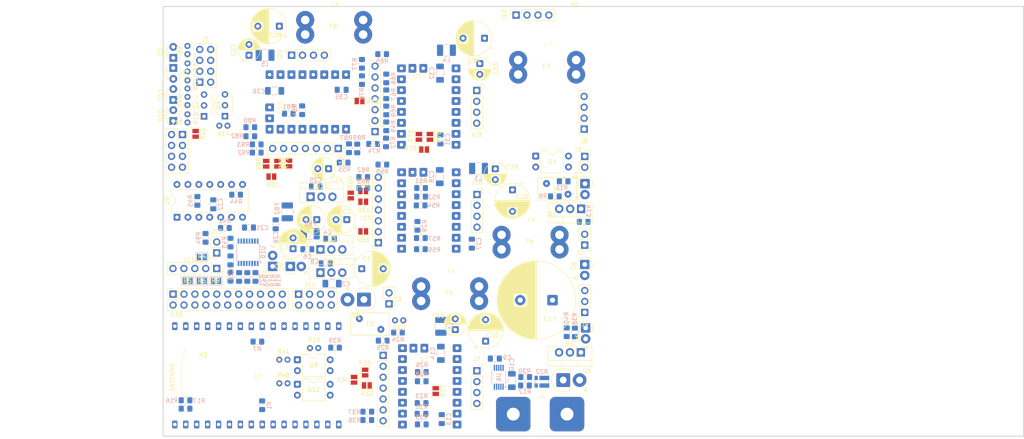
<source format=kicad_pcb>
(kicad_pcb (version 20241229) (generator "pcbnew") (generator_version "9.0")
  (layers (0 "F.Cu" signal) (4 "In1.Cu" signal) (6 "In2.Cu" signal) (2 "B.Cu" signal) (13 "F.Paste" user) (15 "B.Paste" user) (5 "F.SilkS" user "F.Silkscreen") (7 "B.SilkS" user "B.Silkscreen") (1 "F.Mask" user) (3 "B.Mask" user) (25 "Edge.Cuts" user))
  (net 0 "")
  (net 1 "/IOLV_IN")
  (net 2 "GND")
  (net 3 "/5v_compute")
  (net 4 "Net-(U3-VO)")
  (net 5 "/3v3_compute")
  (net 6 "/drivers/DRV_VIO_ISO")
  (net 7 "/drivers/motor_driver1/_Vmot")
  (net 8 "VMOT")
  (net 9 "Net-(U11-VO)")
  (net 10 "/drivers/motor_driver/_Vmot")
  (net 11 "/drivers/motor_driver2/_Vmot")
  (net 12 "/drivers/motor_driver3/_Vmot")
  (net 13 "Net-(D2-A)")
  (net 14 "Net-(D3-A)")
  (net 15 "+BATT")
  (net 16 "Net-(D4-A)")
  (net 17 "/MOTOR_POWER_RAIL")
  (net 18 "Net-(D6-A)")
  (net 19 "Net-(J3-Pin_2)")
  (net 20 "Net-(J5-Pin_2)")
  (net 21 "Net-(J2-Pin_2)")
  (net 22 "Net-(J6-Pin_3)")
  (net 23 "/drivers/motor_driver1/_MOSI")
  (net 24 "/drivers/motor_driver1/_STEP")
  (net 25 "Net-(J6-Pin_4)")
  (net 26 "/drivers/motor_driver1/_CLK_DCO")
  (net 27 "/drivers/motor_driver1/_DIR")
  (net 28 "/drivers/motor_driver1/_MISO")
  (net 29 "/drivers/DRV_ENABLE_ISO")
  (net 30 "Net-(J7-Pin_1)")
  (net 31 "Net-(J7-Pin_4)")
  (net 32 "Net-(J7-Pin_2)")
  (net 33 "Net-(J7-Pin_3)")
  (net 34 "Net-(J9-Pin_2)")
  (net 35 "Net-(J10-Pin_2)")
  (net 36 "Net-(J10-Pin_1)")
  (net 37 "/drivers/DRV_MOSI_LAST")
  (net 38 "/drivers/DRV_SCK_ISO")
  (net 39 "/drivers/DRV_CLK_ISO")
  (net 40 "/drivers/MCU_MISO_ISO")
  (net 41 "/drivers/DRV_CS_ISO")
  (net 42 "/drivers/motor_driver/_CLK_DCO")
  (net 43 "Net-(J11-Pin_4)")
  (net 44 "/drivers/motor_driver/_STEP")
  (net 45 "Net-(J11-Pin_1)")
  (net 46 "/drivers/motor_driver/_MISO")
  (net 47 "/drivers/motor_driver/_MOSI")
  (net 48 "/drivers/motor_driver/_DIR")
  (net 49 "Net-(J16-Pin_4)")
  (net 50 "Net-(J16-Pin_2)")
  (net 51 "Net-(J16-Pin_1)")
  (net 52 "Net-(J16-Pin_3)")
  (net 53 "/drivers/motor_driver2/_MOSI")
  (net 54 "/drivers/motor_driver2/_STEP")
  (net 55 "Net-(J11-Pin_2)")
  (net 56 "/drivers/motor_driver2/_DIR")
  (net 57 "/drivers/motor_driver2/_MISO")
  (net 58 "Net-(J11-Pin_3)")
  (net 59 "/drivers/motor_driver2/_CLK_DCO")
  (net 60 "Net-(J18-Pin_3)")
  (net 61 "Net-(J18-Pin_2)")
  (net 62 "Net-(J18-Pin_4)")
  (net 63 "Net-(J18-Pin_1)")
  (net 64 "/drivers/motor_driver3/_MOSI")
  (net 65 "/drivers/motor_driver3/_CLK_DCO")
  (net 66 "Net-(J15-Pin_4)")
  (net 67 "Net-(J15-Pin_3)")
  (net 68 "/drivers/motor_driver3/_STEP")
  (net 69 "/drivers/motor_driver3/_DIR")
  (net 70 "/drivers/motor_driver3/_MISO")
  (net 71 "Net-(J20-Pin_2)")
  (net 72 "Net-(J20-Pin_3)")
  (net 73 "Net-(J20-Pin_1)")
  (net 74 "Net-(J20-Pin_4)")
  (net 75 "Net-(U1-GPIO8{slash}PAD_COMP0{slash}SDIO_DATA0)")
  (net 76 "/DRIVER_SDO")
  (net 77 "Net-(J17-Pin_4)")
  (net 78 "Net-(J17-Pin_3)")
  (net 79 "/DRIVER_SCK")
  (net 80 "Net-(J19-Pin_3)")
  (net 81 "/DRIVER_SDI")
  (net 82 "Net-(U1-MTDO{slash}GPIO5{slash}LP_GPIO5{slash}LP_UART_TXD{slash}ADC1_CH4{slash}FSPIWP)")
  (net 83 "/BATT_ALERT")
  (net 84 "Net-(J19-Pin_4)")
  (net 85 "/DRIVER_CLOCK")
  (net 86 "Net-(R10-Pad2)")
  (net 87 "/AUX_PWR_ENABLE")
  (net 88 "Net-(R11-Pad1)")
  (net 89 "/AUX_PWR_RAIL")
  (net 90 "/IO_MP_ENABLE")
  (net 91 "/IO_DRV_ENABLE")
  (net 92 "/SDA")
  (net 93 "/SCL")
  (net 94 "/drivers/SDI")
  (net 95 "/drivers/SCK")
  (net 96 "/DRIVER_CS")
  (net 97 "/drivers/CS")
  (net 98 "/drivers/CLK")
  (net 99 "Net-(U6-Vin-)")
  (net 100 "Net-(U6-Vin+)")
  (net 101 "Net-(U7-EN)")
  (net 102 "Net-(U7-SDI{slash}CFG1)")
  (net 103 "Net-(U7-SCK{slash}CFG2)")
  (net 104 "Net-(U7-CSN{slash}CFG3)")
  (net 105 "Net-(U7-STEP)")
  (net 106 "/drivers/DRV_MOSI_ISO")
  (net 107 "Net-(U7-DIR)")
  (net 108 "Net-(R39-Pad2)")
  (net 109 "Net-(R41-Pad2)")
  (net 110 "Net-(U10-OUTB)")
  (net 111 "Net-(R42-Pad2)")
  (net 112 "Net-(U10-INE)")
  (net 113 "Net-(U10-OUTC)")
  (net 114 "Net-(R44-Pad1)")
  (net 115 "Net-(R45-Pad1)")
  (net 116 "Net-(U10-OUTD)")
  (net 117 "Net-(R48-Pad2)")
  (net 118 "Net-(U13-EN)")
  (net 119 "Net-(U13-SDI{slash}CFG1)")
  (net 120 "Net-(U13-SCK{slash}CFG2)")
  (net 121 "Net-(U13-CSN{slash}CFG3)")
  (net 122 "Net-(U13-STEP)")
  (net 123 "Net-(U13-DIR)")
  (net 124 "Net-(U14-EN)")
  (net 125 "Net-(U14-SDI{slash}CFG1)")
  (net 126 "Net-(U14-SCK{slash}CFG2)")
  (net 127 "Net-(U14-CSN{slash}CFG3)")
  (net 128 "Net-(U14-STEP)")
  (net 129 "Net-(U14-DIR)")
  (net 130 "Net-(U15-EN)")
  (net 131 "Net-(U15-SDI{slash}CFG1)")
  (net 132 "Net-(U15-SCK{slash}CFG2)")
  (net 133 "Net-(U15-CSN{slash}CFG3)")
  (net 134 "Net-(U15-STEP)")
  (net 135 "Net-(U15-DIR)")
  (net 137 "/GPIO0")
  (net 138 "/UART_RX")
  (net 139 "/RST")
  (net 140 "/GPIO26")
  (net 143 "/GPIO25")
  (net 144 "/GPIO1")
  (net 146 "/GPIO7")
  (net 148 "/UART_TX")
  (net 149 "/GPIO6")
  (net 150 "/WS281X_LED_CTRL")
  (net 153 "Net-(U7-CLK{slash}DCO)")
  (net 154 "Net-(U13-CLK{slash}DCO)")
  (net 155 "Net-(U14-CLK{slash}DCO)")
  (net 156 "Net-(U15-CLK{slash}DCO)")
  (net 157 "/drivers/motor_driver/MISO")
  (net 158 "/drivers/motor_driver1/MISO")
  (net 159 "Net-(C15-Pad1)")
  (net 160 "Net-(C29-Pad1)")
  (net 161 "Net-(C33-Pad1)")
  (net 162 "Net-(C37-Pad1)")
  (net 163 "Net-(D9-K)")
  (net 164 "Net-(D10-K)")
  (net 165 "Net-(D11-K)")
  (net 166 "Net-(J1-Pin_1)")
  (net 167 "Net-(Q3-B)")
  (net 168 "Net-(Q4-B)")
  (net 169 "Net-(J1-Pin_7)")
  (net 170 "Net-(R12-Pad2)")
  (net 171 "Net-(R22-Pad2)")
  (footprint "Diode_THT:D_DO-41_SOD81_P2.54mm_Vertical_AnodeUp" (layer "F.Cu") (at 94.81 91.95)
    (property "Reference" "D1")
    (property "Value" "3.6v")
  )
  (footprint "Connector_PinSocket_2.54mm:PinSocket_1x04_P2.54mm_Vertical" (layer "F.Cu") (at 163.1 60 180)
    (property "Reference" "J8")
    (property "Value" "VMOT")
  )
  (footprint "Jumper:SolderJumper-2_P1.3mm_Open_Pad1.0x1.5mm" (layer "F.Cu") (at 127.25 61.8 90)
    (property "Reference" "R76")
    (property "Value" "0")
  )
  (footprint "Resistor_THT:R_Axial_DIN0204_L3.6mm_D1.6mm_P1.90mm_Vertical" (layer "F.Cu") (at 121.05 104.5 180)
    (property "Reference" "R47")
    (property "Value" "1k")
  )
  (footprint "Connector_PinHeader_2.54mm:PinHeader_1x02_P2.54mm_Vertical" (layer "F.Cu") (at 117.75 100.65 180)
    (property "Reference" "J3")
    (property "Value" "IOLV_IN")
  )
  (footprint "Fuse:XFCN XF-508P-A-B" (layer "F.Cu") (at 98.265 34.6)
    (property "Reference" "F8")
    (property "Value" "Fuse")
  )
  (footprint "Jumper:SolderJumper-2_P1.3mm_Open_Pad1.0x1.5mm" (layer "F.Cu") (at 91.8 68.05 90)
    (property "Reference" "R91")
    (property "Value" "0")
  )
  (footprint "Jumper:SolderJumper-2_P1.3mm_Open_Pad1.0x1.5mm" (layer "F.Cu") (at 72.8 61.1 -90)
    (property "Reference" "R46")
    (property "Value" "0")
  )
  (footprint "Jumper:SolderJumper-2_P1.3mm_Open_Pad1.0x1.5mm" (layer "F.Cu") (at 111.75 76.9)
    (property "Reference" "R61")
    (property "Value" "0")
  )
  (footprint "Resistor_THT:R_Axial_DIN0204_L3.6mm_D1.6mm_P1.90mm_Vertical" (layer "F.Cu") (at 92.25 119.15)
    (property "Reference" "R48")
    (property "Value" "220R")
  )
  (footprint "MountingHole:MountingHole_4.3mm_M4_ISO7380" (layer "F.Cu") (at 74.55 117.3)
    (property "Reference" "H3")
    (property "Value" "MountingHole_Pad_MP")
  )
  (footprint "Varistor:RV_Disc_D9mm_W5.2mm_P5mm" (layer "F.Cu") (at 115.85 106.6 180)
    (property "Reference" "F2")
    (property "Value" "Polyfuse")
  )
  (footprint "Connector_PinSocket_2.54mm:PinSocket_1x04_P2.54mm_Vertical" (layer "F.Cu") (at 95.1 42.8 90)
    (property "Reference" "J20")
    (property "Value" "MOT_CON")
  )
  (footprint "Resistor_THT:R_Axial_DIN0204_L3.6mm_D1.6mm_P1.90mm_Vertical" (layer "F.Cu") (at 80.2 59.2 180)
    (property "Reference" "R14")
    (property "Value" "1k")
  )
  (footprint "Capacitor_THT:CP_Radial_D6.3mm_P2.50mm" (layer "F.Cu") (at 95.45 87.83238 90)
    (property "Reference" "C7")
    (property "Value" "100uF")
  )
  (footprint "LED_THT:LED_D3.0mm" (layer "F.Cu") (at 67.6 45.77 -90)
    (property "Reference" "D3")
    (property "Value" "LED")
  )
  (footprint "Connector_PinSocket_2.54mm:PinSocket_1x07_P2.54mm_Vertical" (layer "F.Cu") (at 115.275 86.43 180)
    (property "Reference" "J15")
    (property "Value" "Conn_01x07_Pin")
  )
  (footprint "Jumper:SolderJumper-2_P1.3mm_Open_Pad1.0x1.5mm" (layer "F.Cu") (at 124.7 61.8 90)
    (property "Reference" "R73")
    (property "Value" "0")
  )
  (footprint "Package_TO_SOT_THT:TO-220-3_Vertical" (layer "F.Cu") (at 99.51 75.75)
    (property "Reference" "U11")
    (property "Value" "LM1117DT-3.3")
  )
  (footprint "Package_DIP:DIP-4_W7.62mm" (layer "F.Cu") (at 96.445 113.675)
    (property "Reference" "U8")
    (property "Value" "SFH617A-1")
  )
  (footprint "Package_DIP:DIP-14_W7.62mm" (layer "F.Cu") (at 68.46 80.5 90)
    (property "Reference" "U9")
    (property "Value" "74LVC125")
  )
  (footprint "Fuse:XFCN XF-508P-A-B" (layer "F.Cu") (at 143.915 84.6)
    (property "Reference" "F6")
    (property "Value" "Fuse")
  )
  (footprint "Capacitor_THT:CP_Radial_D8.0mm_P5.00mm" (layer "F.Cu") (at 140.2 109.35 90)
    (property "Reference" "C16")
    (property "Value" "100uF")
  )
  (footprint "Diode_THT:D_DO-41_SOD81_P2.54mm_Vertical_AnodeUp" (layer "F.Cu") (at 163.3 72.697818 -90)
    (property "Reference" "D4")
    (property "Value" "Zen_12v")
  )
  (footprint "Jumper:SolderJumper-2_P1.3mm_Open_Pad1.0x1.5mm" (layer "F.Cu") (at 128.6 120.95 -90)
    (property "Reference" "R27")
    (property "Value" "0")
  )
  (footprint "LED_THT:LED_D3.0mm" (layer "F.Cu") (at 67.6 43.41 90)
    (property "Reference" "D2")
    (property "Value" "LED")
  )
  (footprint "Jumper:SolderJumper-2_P1.3mm_Open_Pad1.0x1.5mm" (layer "F.Cu") (at 112.2 116.65 90)
    (property "Reference" "R35")
    (property "Value" "0")
  )
  (footprint "Jumper:SolderJumper-2_P1.3mm_Open_Pad1.0x1.5mm" (layer "F.Cu") (at 90.4 71.05)
    (property "Reference" "R90")
    (property "Value" "0")
  )
  (footprint "Jumper:SolderJumper-2_P1.3mm_Open_Pad1.0x1.5mm" (layer "F.Cu") (at 94.5 68 90)
    (property "Reference" "R83")
    (property "Value" "0")
  )
  (footprint "Fuse:XFCN XF-508P-A-B" (layer "F.Cu") (at 147.765 43.9)
    (property "Reference" "F7")
    (property "Value" "Fuse")
  )
  (footprint "Jumper:SolderJumper-2_P1.3mm_Open_Pad1.0x1.5mm" (layer "F.Cu") (at 110.9 53.45)
    (property "Reference" "R68")
    (property "Value" "0")
  )
  (footprint "Connector_PinSocket_2.54mm:PinSocket_2x04_P2.54mm_Vertical" (layer "F.Cu") (at 73.75 49.07 180)
    (property "Reference" "J1")
    (property "Value" "STATUS")
  )
  (footprint "Package_TO_SOT_THT:TO-92_Inline_Wide" (layer "F.Cu") (at 79.61 56.99 90)
    (property "Reference" "Q3")
    (property "Value" "2N3904")
  )
  (footprint "Package_TO_SOT_THT:TO-220-3_Vertical" (layer "F.Cu") (at 101.81 88)
    (property "Reference" "U3")
    (property "Value" "LM1117DT-3.3")
  )
  (footprint "Package_TO_SOT_THT:TO-220-3_Vertical" (layer "F.Cu") (at 162.39 78.55 180)
    (property "Reference" "Q1")
    (property "Value" "Q_PMOS_GDS")
  )
  (footprint "Resistor_THT:R_Axial_DIN0204_L3.6mm_D1.6mm_P1.90mm_Vertical" (layer "F.Cu") (at 92.25 113.65)
    (property "Reference" "R41")
    (property "Value" "220R")
  )
  (footprint "Connector_PinSocket_2.54mm:PinSocket_2x04_P2.54mm_Vertical" (layer "F.Cu") (at 69.74 61.25)
    (property "Reference" "J13")
    (property "Value" "Conn_01x08_Pin")
  )
  (footprint "Jumper:SolderJumper-2_P1.3mm_Open_Pad1.0x1.5mm" (layer "F.Cu") (at 108.85 75.45 -90)
    (property "Reference" "R60")
    (property "Value" "0")
  )
  (footprint "Jumper:SolderJumper-2_P1.3mm_Open_Pad1.0x1.5mm" (layer "F.Cu") (at 111.75 74.4)
    (property "Reference" "R58")
    (property "Value" "0")
  )
  (footprint "Connector_PinSocket_2.54mm:PinSocket_1x04_P2.54mm_Vertical" (layer "F.Cu") (at 138.175 116.225)
    (property "Reference" "J7")
    (property "Value" "MOT_CON")
  )
  (footprint "Diode_THT:D_DO-201AD_P3.81mm_Vertical_AnodeUp" (layer "F.Cu") (at 158.24 118.4)
    (property "Reference" "D5")
    (property "Value" "D_Schottky")
  )
  (footprint "Connector_PinSocket_2.54mm:PinSocket_1x04_P2.54mm_Vertical" (layer "F.Cu") (at 147.28 33.45 90)
    (property "Reference" "J12")
    (property "Value" "GND")
  )
  (footprint "Connector_PinSocket_2.54mm:PinSocket_1x07_P2.54mm_Vertical" (layer "F.Cu") (at 116.375 112.65)
    (property "Reference" "J6")
    (property "Value" "Conn_01x07_Pin")
  )
  (footprint "Jumper:SolderJumper-2_P1.3mm_Open_Pad1.0x1.5mm" (layer "F.Cu") (at 112.6 119.65)
    (property "Reference" "R32")
    (property "Value" "0")
  )
  (footprint "Package_DIP:DIP-4_W7.62mm" (layer "F.Cu") (at 151.845 66.275)
    (property "Reference" "U4")
    (property "Value" "SFH617A-1")
  )
  (footprint "Jumper:SolderJumper-2_P1.3mm_Open_Pad1.0x1.5mm" (layer "F.Cu") (at 109.625 118.325 90)
    (property "Reference" "R34")
    (property "Value" "0")
  )
  (footprint "Jumper:SolderJumper-2_P1.3mm_Open_Pad1.0x1.5mm" (layer "F.Cu") (at 111.75 83.8)
    (property "Reference" "R53")
    (property "Value" "0")
  )
  (footprint "Connector_PinHeader_2.54mm:PinHeader_1x02_P2.54mm_Vertical" (layer "F.Cu") (at 163.225 87 180)
    (property "Reference" "J2")
    (property "Value" "EXT_PWR_BTN")
  )
  (footprint "Module:BTT-TMC5160PRO-v1.0" (layer "F.Cu") (at 118.13 67.51)
    (property "Reference" "U13")
    (property "Value" "BTT TMC5160 Pro")
  )
  (footprint "Diode_THT:D_DO-41_SOD81_P2.54mm_Vertical_AnodeUp" (layer "F.Cu") (at 163.25 91.497817 -90)
    (property "Reference" "D8")
    (property "Value" "60V")
  )
  (footprint "Connector_PinSocket_2.54mm:PinSocket_1x07_P2.54mm_Vertical" (layer "F.Cu") (at 114.5 60.57 180)
    (property "Reference" "J17")
    (property "Value" "Conn_01x07_Pin")
  )
  (footprint "LED_THT:LED_D3.0mm" (layer "F.Cu") (at 67.6 58.11 90)
    (property "Reference" "D10")
    (property "Value" "LED")
  )
  (footprint "Resistor_THT:R_Axial_DIN0204_L3.6mm_D1.6mm_P1.90mm_Vertical" (layer "F.Cu") (at 70.9 48.65 -90)
    (property "Reference" "R70")
    (property "Value" "470R")
  )
  (footprint "Resistor_THT:R_Axial_DIN0204_L3.6mm_D1.6mm_P1.90mm_Vertical" (layer "F.Cu") (at 70.9 54.4 90)
    (property "Reference" "R64")
    (property "Value" "470R")
  )
  (footprint "Capacitor_THT:CP_Radial_D5.0mm_P2.50mm" (layer "F.Cu") (at 133.15 106.655112 90)
    (property "Reference" "C15")
    (property "Value" "4.7uF")
  )
  (footprint "Connector_PinSocket_2.54mm:PinSocket_1x04_P2.54mm_Vertical" (layer "F.Cu") (at 138.125 51)
    (property "Reference" "J18")
    (property "Value" "MOT_CON")
  )
  (footprint "Connector_PinSocket_2.54mm:PinSocket_1x05_P2.54mm_Vertical" (layer "F.Cu") (at 77.69 92.45 -90)
    (property "Reference" "J11")
    (property "Value" "DRIVER_GPIO")
  )
  (footprint "Capacitor_THT:CP_Radial_D5.0mm_P2.50mm" (layer "F.Cu") (at 103.7 69.2 180)
    (property "Reference" "C24")
    (property "Value" "10uF")
  )
  (footprint "Connector_PinSocket_2.54mm:PinSocket_2x04_P2.54mm_Vertical" (layer "F.Cu") (at 96.72 98.41 90)
    (property "Reference" "J14")
    (property "Value" "IOLV / VIO")
  )
  (footprint "Module:BTT-TMC5160PRO-v1.0" (layer "F.Cu") (at 118.095 43.31)
    (property "Reference" "U14")
    (property "Value" "BTT TMC5160 Pro")
  )
  (footprint "Resistor_THT:R_Axial_DIN0204_L3.6mm_D1.6mm_P1.90mm_Vertical" (layer "F.Cu") (at 70.9 56.55 -90)
    (property "Reference" "R15")
    (property "Value" "1k")
  )
  (footprint "Connector_PinSocket_2.54mm:PinSocket_1x04_P2.54mm_Vertical" (layer "F.Cu") (at 138.2 75.2)
    (property "Reference" "J16")
    (property "Value" "MOT_CON")
  )
  (footprint "Capacitor_THT:CP_Radial_D6.3mm_P2.50mm" (layer "F.Cu") (at 107.93238 81.05 180)
    (property "Reference" "C3")
    (property "Value" "100uF")
  )
  (footprint "Resistor_THT:R_Axial_DIN0204_L3.6mm_D1.6mm_P1.90mm_Vertical" (layer "F.Cu") (at 70.9 42.55 90)
    (property "Reference" "R2")
    (property "Value" "470R")
  )
  (footprint "Module:BTT-TMC5160PRO-v1.0" (layer "F.Cu") (at 87.45 62.565 90)
    (property "Reference" "U15")
    (property "Value" "BTT TMC5160 Pro")
  )
  (footprint "Jumper:SolderJumper-2_P1.3mm_Open_Pad1.0x1.5mm" (layer "F.Cu") (at 125.9 64.75)
    (property "Reference" "R75")
    (property "Value" "0")
  )
  (footprint "MountingHole:MountingHole_4.3mm_M4_ISO7380" (layer "F.Cu") (at 69.4 35.65)
    (property "Reference" "H2")
    (property "Value" "MountingHole_Pad_MP")
  )
  (footprint "Connector_PinSocket_2.54mm:PinSocket_1x03_P2.54mm_Vertical" (layer "F.Cu") (at 163.25 102.65 180)
    (property "Reference" "J9")
    (property "Value" "BP_MOTOR_ENABLE")
  )
  (footprint "Resistor_THT:R_Axial_DIN0204_L3.6mm_D1.6mm_P1.90mm_Vertical" (layer "F.Cu") (at 99.395 110.95)
    (property "Reference" "R10")
    (property "Value" "220R")
  )
  (footprint "Varistor:RV_Disc_D9mm_W5.2mm_P5mm" (layer "F.Cu") (at 154.35 72.65)
    (property "Reference" "F1")
    (property "Value" "Polyfuse")
  )
  (footprint "Capacitor_THT:CP_Radial_D8.0mm_P5.00mm" (layer "F.Cu") (at 92.252651 36.05 180)
    (property "Reference" "C38")
    (property "Value" "100uF")
  )
  (footprint "Capacitor_THT:CP_Radial_D8.0mm_P5.00mm" (layer "F.Cu") (at 111.4 92.5)
    (property "Reference" "C1")
    (property "Value" "100uF")
  )
  (footprint "Capacitor_THT:CP_Radial_D5.0mm_P2.50mm" (layer "F.Cu") (at 85.2 42.8 90)
    (property "Reference" "C37")
    (property "Value" "4.7uF")
  )
  (footprint "Fuse:XFCN XF-508P-A-B" (layer "F.Cu") (at 125.215 96.6)
    (property "Reference" "F4")
    (property "Value" "Fuse")
  )
  (footprint "Module:BTT-TMC5160PRO-v1.0" (layer "F.Cu") (at 118.335 108.44)
    (property "Reference" "U7")
    (property "Value" "BTT TMC5160 Pro")
  )
  (footprint "Package_TO_SOT_THT:TO-92_Inline_Wide" (layer "F.Cu") (at 74.75 57.03 90)
    (property "Reference" "Q4")
    (property "Value" "2N3904")
  )
  (footprint "RF_Module:ESP32-C5-DevKitC-1-v1.2" (layer "F.Cu") (at 67.9625 128.73 90)
    (property "Reference" "U1")
    (property "Value" "~")
  )
  (footprint "Diode_THT:D_DO-41_SOD81_P2.54mm_Vertical_AnodeUp" (layer "F.Cu") (at 90.7 91.94 90)
    (property "Reference" "D7")
    (property "Value" "3.6v")
  )
  (footprint "MountingHole:MountingHole_4.3mm_M4_ISO7380" (layer "F.Cu") (at 161.05 35.7)
    (property "Reference" "H1")
    (property "Value" "MountingHole_Pad_MP")
  )
  (footprint "Connector_PinSocket_2.54mm:PinSocket_2x11_P2.54mm_Vertical" (layer "F.Cu") (at 67.55 98.4 90)
    (property "Reference" "U16")
    (property "Value" "DBG_HDR")
  )
  (footprint "Capacitor_THT:CP_Radial_D8.0mm_P5.00mm" (layer "F.Cu") (at 139.952651 38.85 180)
    (property "Reference" "C34")
    (property "Value" "100uF")
  )
  (footprint "Diode_THT:D_DO-41_SOD81_P2.54mm_Vertical_AnodeUp" (layer "F.Cu") (at 163.45 106.26 -90)
    (property "Reference" "D6")
    (property "Value" "Zener-12v")
  )
  (footprint "Capacitor_THT:CP_Radial_D8.0mm_P5.00mm" (layer "F.Cu") (at 146.45 74.147349 -90)
    (property "Reference" "C30")
    (property "Value" "100uF")
  )
  (footprint "Capacitor_THT:CP_Radial_D5.0mm_P2.50mm" (layer "F.Cu") (at 138.85 44.744888 -90)
    (property "Reference" "C33")
    (property "Value" "4.7uF")
  )
  (footprint "Connector_PinSocket_2.54mm:PinSocket_1x07_P2.54mm_Vertical" (layer "F.Cu") (at 105.94 64.5 -90)
    (property "Reference" "J19")
    (property "Value" "Conn_01x07_Pin")
  )
  (footprint "Package_TO_SOT_THT:TO-220-3_Vertical" (layer "F.Cu") (at 101.81 93.4)
    (property "Reference" "U2")
    (property "Value" "LM1117DT-5.0")
  )
  (footprint "Package_TO_SOT_THT:TO-220-3_Vertical" (layer "F.Cu") (at 162.35 111.95 180)
    (property "Reference" "Q2")
    (property "Value" "PMOS_GDS")
  )
  (footprint "Jumper:SolderJumper-2_P1.3mm_Open_Pad1.0x1.5mm" (layer "F.Cu") (at 89.2 68.05 90)
    (property "Reference" "R88")
    (property "Value" "0")
  )
  (footprint "Connector:BATT_CONNECTOR" (layer "F.Cu") (at 146.625 126.325)
    (property "Reference" "J4")
    (property "Value" "BATT")
  )
  (footprint "Capacitor_THT:CP_Radial_D5.0mm_P2.50mm" (layer "F.Cu") (at 142.45 69.25 -90)
    (property "Reference" "C29")
    (property "Value" "4.7uF")
  )
  (footprint "LED_THT:LED_D3.0mm" (layer "F.Cu") (at 67.6 53.21 90)
    (property "Reference" "D11")
    (property "Value" "LED")
  )
  (footprint "Connector_PinSocket_2.54mm:PinSocket_1x02_P2.54mm_Vertical" (layer "F.Cu") (at 163.25 66.35)
    (property "Reference" "J5")
    (property "Value" "BATT_OUT")
  )
  (footprint "Capacitor_THT:CP_Radial_D18.0mm_P7.50mm" (layer "F.Cu") (at 155.75 99.8 180)
    (property "Reference" "C17")
    (property "Value" "1000uF")
  )
  (footprint "Package_DIP:DIP-4_W7.62mm" (layer "F.Cu") (at 96.445 119.375)
    (property "Reference" "U12")
    (property "Value" "SFH617A-1")
  )
  (footprint "Connector_PinSocket_2.54mm:PinSocket_1x02_P2.54mm_Vertical" (layer "F.Cu") (at 77.7 88.8 180)
    (property "Reference" "J10")
    (property "Value" "Conn_01x02_Pin")
  )
  (footprint "Resistor_THT:R_Axial_DIN0204_L3.6mm_D1.6mm_P1.90mm_Vertical" (layer "F.Cu") (at 70.9 44.7 -90)
    (property "Reference" "R3")
    (property "Value" "220R")
  )
  (footprint "Diode_THT:D_DO-201AD_P3.81mm_Vertical_AnodeUp" (layer "F.Cu") (at 111.91 99.65 180)
    (property "Reference" "D9")
    (property "Value" "D_Schottky")
  )
  (footprint "Capacitor_THT:CP_Radial_D6.3mm_P2.50mm" (layer "F.Cu") (at 100.95 81.05 180)
    (property "Reference" "C5")
    (property "Value" "100uF")
  )
  (footprint "Resistor_SMD:R_0805_2012Metric_Pad1.20x1.40mm_HandSolder" (layer "B.Cu") (at 116.275 109.225)
    (property "Reference" "R25")
    (property "Value" "33R")
  )
  (footprint "Resistor_SMD:R_0805_2012Metric_Pad1.20x1.40mm_HandSolder" (layer "B.Cu") (at 97.55 55.6 -90)
    (property "Reference" "R84")
    (property "Value" "33R")
  )
  (footprint "Resistor_SMD:R_0805_2012Metric_Pad1.20x1.40mm_HandSolder" (layer "B.Cu") (at 124.35 82.5 90)
    (property "Reference" "R29")
    (property "Value" "33R")
  )
  (footprint "Resistor_SMD:R_0805_2012Metric_Pad1.20x1.40mm_HandSolder" (layer "B.Cu") (at 80.9 94.35 90)
    (property "Reference" "R21")
    (property "Value" "33R")
  )
  (footprint "Resistor_SMD:R_0805_2012Metric_Pad1.20x1.40mm_HandSolder" (layer "B.Cu") (at 125.375 116.525 180)
    (property "Reference" "R26")
    (property "Value" "33R")
  )
  (footprint "Resistor_SMD:R_0805_2012Metric_Pad1.20x1.40mm_HandSolder" (layer "B.Cu") (at 158.35 72.15 180)
    (property "Reference" "R11")
    (property "Value" "10k")
  )
  (footprint "Resistor_SMD:R_0805_2012Metric_Pad1.20x1.40mm_HandSolder" (layer "B.Cu") (at 75.1 85.3 -90)
    (property "Reference" "R94")
    (property "Value" "100k")
  )
  (footprint "Resistor_SMD:R_0805_2012Metric_Pad1.20x1.40mm_HandSolder" (layer "B.Cu") (at 84.8 94.4 90)
    (property "Reference" "R19")
    (property "Value" "33R")
  )
  (footprint "Resistor_SMD:R_0805_2012Metric_Pad1.20x1.40mm_HandSolder" (layer "B.Cu") (at 117.1 59.35 90)
    (property "Reference" "R49")
    (property "Value" "33R")
  )
  (footprint "Capacitor_SMD:C_0805_2012Metric_Pad1.18x1.45mm_HandSolder" (layer "B.Cu") (at 91.4 82.15 -90)
    (property "Reference" "C26")
    (property "Value" "100nF")
  )
  (footprint "Resistor_SMD:R_0805_2012Metric_Pad1.20x1.40mm_HandSolder" (layer "B.Cu") (at 111.45 44.8 -90)
    (property "Reference" "R77")
    (property "Value" "100k")
  )
  (footprint "Resistor_SMD:R_0805_2012Metric_Pad1.20x1.40mm_HandSolder" (layer "B.Cu") (at 82.2 75.25)
    (property "Reference" "R44")
    (property "Value" "33R")
  )
  (footprint "Jumper:SolderJumper-2_P1.3mm_Open_Pad1.0x1.5mm" (layer "B.Cu") (at 77.55 95.3)
    (property "Reference" "R9")
    (property "Value" "0")
  )
  (footprint "Resistor_SMD:R_0805_2012Metric_Pad1.20x1.40mm_HandSolder" (layer "B.Cu") (at 111.75 73.75 180)
    (property "Reference" "R63")
    (property "Value" "100k")
  )
  (footprint "Jumper:SolderJumper-2_P1.3mm_Open_Pad1.0x1.5mm" (layer "B.Cu") (at 74.25 89.75 180)
    (property "Reference" "R4")
    (property "Value" "0")
  )
  (footprint "Capacitor_SMD:C_0805_2012Metric_Pad1.18x1.45mm_HandSolder" (layer "B.Cu") (at 130 127.475 90)
    (property "Reference" "C13")
    (property "Value" "100nF")
  )
  (footprint "Capacitor_SMD:C_0805_2012Metric_Pad1.18x1.45mm_HandSolder" (layer "B.Cu") (at 137 86.65 90)
    (property "Reference" "C27")
    (property "Value" "100nF")
  )
  (footprint "Capacitor_SMD:C_0805_2012Metric_Pad1.18x1.45mm_HandSolder" (layer "B.Cu") (at 100.75 73.35 180)
    (property "Reference" "C25")
    (property "Value" "100nF")
  )
  (footprint "Resistor_SMD:R_0805_2012Metric_Pad1.20x1.40mm_HandSolder" (layer "B.Cu") (at 85.5 61.65)
    (property "Reference" "R82")
    (property "Value" "33R")
  )
  (footprint "Resistor_SMD:R_0805_2012Metric_Pad1.20x1.40mm_HandSolder" (layer "B.Cu") (at 108.45 64.45 90)
    (property "Reference" "R87")
    (property "Value" "33R")
  )
  (footprint "Resistor_SMD:R_0805_2012Metric_Pad1.20x1.40mm_HandSolder" (layer "B.Cu") (at 117.1 55.65 90)
    (property "Reference" "R69")
    (property "Value" "33R")
  )
  (footprint "Resistor_SMD:R_0805_2012Metric_Pad1.20x1.40mm_HandSolder" (layer "B.Cu") (at 159.05 107.26 90)
    (property "Reference" "R40")
    (property "Value" "10k")
  )
  (footprint "Capacitor_SMD:C_1206_3216Metric_Pad1.33x1.80mm_HandSolder" (layer "B.Cu") (at 104.5125 95.95 180)
    (property "Reference" "C2")
    (property "Value" "100nF")
  )
  (footprint "Resistor_SMD:R_0805_2012Metric_Pad1.20x1.40mm_HandSolder" (layer "B.Cu") (at 79.6 83 180)
    (property "Reference" "R42")
    (property "Value" "33R")
  )
  (footprint "Capacitor_SMD:C_1206_3216Metric_Pad1.33x1.80mm_HandSolder" (layer "B.Cu") (at 129.55 71.05 -90)
    (property "Reference" "C28")
    (property "Value" "100nF")
  )
  (footprint "Capacitor_SMD:C_1206_3216Metric_Pad1.33x1.80mm_HandSolder" (layer "B.Cu") (at 91.15 51.1)
    (property "Reference" "C36")
    (property "Value" "100nF")
  )
  (footprint "Inductor_SMD:L_1210_3225Metric_Pad1.42x2.65mm_HandSolder" (layer "B.Cu") (at 94.1 79.25 -90)
    (property "Reference" "FB2")
    (property "Value" "FB")
  )
  (footprint "Resistor_SMD:R_0805_2012Metric_Pad1.20x1.40mm_HandSolder" (layer "B.Cu") (at 82.9 94.4 90)
    (property "Reference" "R20")
    (property "Value" "33R")
  )
  (footprint "Resistor_SMD:R_0805_2012Metric_Pad1.20x1.40mm_HandSolder" (layer "B.Cu") (at 125.35 118.675 180)
    (property "Reference" "R28")
    (property "Value" "33R")
  )
  (footprint "Package_SO:SSOP-16_3.9x4.9mm_P0.635mm" (layer "B.Cu") (at 84.9875 88.65 90)
    (property "Reference" "U10")
    (property "Value" "ISO7762DBQ")
  )
  (footprint "Inductor_SMD:L_1210_3225Metric_Pad1.42x2.65mm_HandSolder" (layer "B.Cu") (at 138.55 69.15)
    (property "Reference" "L3")
    (property "Value" "ferrite")
  )
  (footprint "Capacitor_SMD:C_0805_2012Metric_Pad1.18x1.45mm_HandSolder" (layer "B.Cu") (at 85.2 82.9 180)
    (property "Reference" "C21")
    (property "Value" "100nF")
  )
  (footprint "Resistor_SMD:R_0805_2012Metric_Pad1.20x1.40mm_HandSolder" (layer "B.Cu") (at 156.3 75.65)
    (property "Reference" "R8")
    (property "Value" "100k")
  )
  (footprint "Resistor_SMD:R_0805_2012Metric_Pad1.20x1.40mm_HandSolder" (layer "B.Cu") (at 114.05 63.45)
    (property "Reference" "R74")
    (property "Value" "33R")
  )
  (footprint "Inductor_SMD:L_1210_3225Metric_Pad1.42x2.65mm_HandSolder" (layer "B.Cu") (at 99.45 84.35 180)
    (property "Reference" "FB1")
    (property "Value" "FB")
  )
  (footprint "Resistor_SMD:R_0805_2012Metric_Pad1.20x1.40mm_HandSolder" (layer "B.Cu") (at 116.15 42.55)
    (property "Reference" "R65")
    (property "Value" "33R")
  )
  (footprint "Capacitor_SMD:C_0805_2012Metric_Pad1.18x1.45mm_HandSolder" (layer "B.Cu") (at 106.75 50.85 180)
    (property "Reference" "C35")
    (property "Value" "100nF")
  )
  (footprint "Resistor_SMD:R_0805_2012Metric_Pad1.20x1.40mm_HandSolder" (layer "B.Cu") (at 125.15 85.35 180)
    (property "Reference" "R57")
    (property "Value" "33R")
  )
  (footprint "Inductor_SMD:L_1210_3225Metric_Pad1.42x2.65mm_HandSolder" (layer "B.Cu") (at 131.1 41.65)
    (property "Reference" "L4")
    (property "Value" "ferrite")
  )
  (footprint "Capacitor_SMD:C_1206_3216Metric_Pad1.33x1.80mm_HandSolder" (layer "B.Cu") (at 146.3 118.5 90)
    (property "Reference" "C10")
    (property "Value" "100nF")
  )
  (footprint "Capacitor_SMD:C_0805_2012Metric_Pad1.18x1.45mm_HandSolder" (layer "B.Cu") (at 129.7 62.4 90)
    (property "Reference" "C31")
    (property "Value" "100nF")
  )
  (footprint "Resistor_SMD:R_0805_2012Metric_Pad1.20x1.40mm_HandSolder" (layer "B.Cu") (at 163 81.55)
    (property "Reference" "R13")
    (property "Value" "10k")
  )
  (footprint "Resistor_SMD:R_0805_2012Metric_Pad1.20x1.40mm_HandSolder" (layer "B.Cu") (at 94.45 56.4 180)
    (property "Reference" "R81")
    (property "Value" "33R")
  )
  (footprint "Resistor_SMD:R_0805_2012Metric_Pad1.20x1.40mm_HandSolder" (layer "B.Cu") (at 149.4 117.7)
    (property "Reference" "R30")
    (property "Value" "33R")
  )
  (footprint "Resistor_SMD:R_0805_2012Metric_Pad1.20x1.40mm_HandSolder" (layer "B.Cu") (at 73.2 76.7 -90)
    (property "Reference" "R45")
    (property "Value" "33R")
  )
  (footprint "Resistor_SMD:R_0805_2012Metric_Pad1.20x1.40mm_HandSolder" (layer "B.Cu") (at 116.2 68.25)
    (property "Reference" "R50")
    (property "Value" "33R")
  )
  (footprint "Resistor_SMD:R_0805_2012Metric_Pad1.20x1.40mm_HandSolder" (layer "B.Cu") (at 70.45 123.1 180)
    (property "Reference" "R17")
    (property "Value" "10k")
  )
  (footprint "Jumper:SolderJumper-2_P1.3mm_Open_Pad1.0x1.5mm" (layer "B.Cu") (at 74.25 95.3 180)
    (property "Reference" "R6")
    (property "Value" "0")
  )
  (footprint "Resistor_SMD:R_0805_2012Metric_Pad1.20x1.40mm_HandSolder" (layer "B.Cu") (at 125.375 128.7 180)
    (property "Reference" "R33")
    (property "Value" "33R")
  )
  (footprint "Resistor_SMD:R_0805_2012Metric_Pad1.20x1.40mm_HandSolder" (layer "B.Cu") (at 111.75 71.15 180)
    (property "Reference" "R62")
    (property "Value" "100k")
  )
  (footprint "Resistor_SMD:R_0805_2012Metric_Pad1.20x1.40mm_HandSolder" (layer "B.Cu") (at 110.35 64.5 90)
    (property "Reference" "R89")
    (property "Value" "33R")
  )
  (footprint "Resistor_SMD:R_0805_2012Metric_Pad1.20x1.40mm_HandSolder" (layer "B.Cu") (at 87 65.45 180)
    (property "Reference" "R92")
    (property "Value" "100k")
  )
  (footprint "Resistor_SMD:R_0805_2012Metric_Pad1.20x1.40mm_HandSolder" (layer "B.Cu") (at 85.5 59.55)
    (property "Reference" "R80")
    (property "Value" "33R")
  )
  (footprint "Capacitor_SMD:C_0805_2012Metric_Pad1.18x1.45mm_HandSolder" (layer "B.Cu") (at 80.9 90.55 90)
    (property "Reference" "C20")
    (property "Value" "100nF")
  )
  (footprint "Resistor_SMD:R_0805_2012Metric_Pad1.20x1.40mm_HandSolder" (layer "B.Cu") (at 80.9 86.4 90)
    (property "Reference" "R43")
    (property "Value" "33R")
  )
  (footprint "Resistor_SMD:R_0805_2012Metric_Pad1.20x1.40mm_HandSolder" (layer "B.Cu") (at 117.1 51.9 90)
    (property "Reference" "R67")
    (property "Value" "33R")
  )
  (footprint "Resistor_SMD:R_0805_2012Metric_Pad1.20x1.40mm_HandSolder" (layer "B.Cu") (at 88.25 124.25 -90)
    (property "Reference" "R1")
    (property "Value" "33R")
  )
  (footprint "Resistor_SMD:R_0805_2012Metric_Pad1.20x1.40mm_HandSolder" (layer "B.Cu") (at 86.7 94.4 90)
    (property "Reference" "R18")
    (property "Value" "33R")
  )
  (footprint "Capacitor_SMD:C_0805_2012Metric_Pad1.18x1.45mm_HandSolder" (layer "B.Cu") (at 142.35 113.4)
    (property "Reference" "C9")
    (property "Value" "100nF")
  )
  (footprint "Resistor_SMD:R_0805_2012Metric_Pad1.20x1.40mm_HandSolder" (layer "B.Cu") (at 112.7 125.75 180)
    (property "Reference" "R37")
    (property "Value" "100k")
  )
  (footprint "Resistor_SMD:R_0805_2012Metric_Pad1.20x1.40mm_HandSolder" (layer "B.Cu") (at 149.35 119.65)
    (property "Reference" "R12")
    (property "Value" "33R")
  )
  (footprint "Resistor_SMD:R_0805_2012Metric_Pad1.20x1.40mm_HandSolder" (layer "B.Cu") (at 87.15 109.45 180)
    (property "Reference" "R7")
    (property "Value" "33R")
  )
  (footprint "Inductor_SMD:L_1210_3225Metric_Pad1.42x2.65mm_HandSolder" (layer "B.Cu") (at 88.9375 42.8 180)
    (property "Reference" "L5")
    (property "Value" "ferrite")
  )
  (footprint "Resistor_SMD:R_Shunt_Vishay_WSKW0612" (layer "B.Cu") (at 153.278 118.785 180)
    (property "Reference" "R22")
    (property "Value" "1.5m")
  )
  (footprint "Inductor_SMD:L_1210_3225Metric_Pad1.42x2.65mm_HandSolder" (layer "B.Cu") (at 129.8 105.8875 90)
    (property "Reference" "L1")
    (property "Value" "ferrite")
  )
  (footprint "Resistor_SMD:R_0805_2012Metric_Pad1.20x1.40mm_HandSolder" (layer "B.Cu") (at 125.15 87.95 180)
    (property "Reference" "R59")
    (property "Value" "33R")
  )
  (footprint "Resistor_SMD:R_0805_2012Metric_Pad1.20x1.40mm_HandSolder" (layer "B.Cu") (at 105.2 110.85 180)
    (property "Reference" "R39")
    (property "Value" "10k")
  )
  (footprint "Resistor_SMD:R_0805_2012Metric_Pad1.20x1.40mm_HandSolder" (layer "B.Cu") (at 125.1 77.75 180)
    (property "Reference" "R54")
    (property "Value" "33R")
  )
  (footprint "Capacitor_SMD:C_1206_3216Metric_Pad1.33x1.80mm_HandSolder" (layer "B.Cu") (at 129.6 46.975 -90)
    (property "Reference" "C32")
    (property "Value" "100nF")
  )
  (footprint "Capacitor_SMD:C_0805_2012Metric_Pad1.18x1.45mm_HandSolder" (layer "B.Cu") (at 104.0125 85.55 180)
    (property "Reference" "C4")
    (property "Value" "100nF")
  )
  (footprint "Resistor_SMD:R_0805_2012Metric_Pad1.20x1.40mm_HandSolder" (layer "B.Cu") (at 119.825 107.325)
    (property "Reference" "R24")
    (property "Value" "33R")
  )
  (footprint "Resistor_SMD:R_0805_2012Metric_Pad1.20x1.40mm_HandSolder" (layer "B.Cu") (at 125.3 126.25 180)
    (property "Reference" "R31")
    (property "Value" "33R")
  )
  (footprint "Resistor_SMD:R_0805_2012Metric_Pad1.20x1.40mm_HandSolder" (layer "B.Cu") (at 111.45 48.6 90)
    (property "Reference" "R78")
    (property "Value" "100k")
  )
  (footprint "Resistor_SMD:R_0805_2012Metric_Pad1.20x1.40mm_HandSolder" (layer "B.Cu") (at 87 63.55 180)
    (property "Reference" "R93")
    (property "Value" "100k")
  )
  (footprint "Resistor_SMD:R_0805_2012Metric_Pad1.20x1.40mm_HandSolder" (layer "B.Cu") (at 107.2 67.8)
    (property "Reference" "R55")
    (property "Value" "33R")
  )
  (footprint "Resistor_SMD:R_0805_2012Metric_Pad1.20x1.40mm_HandSolder" (layer "B.Cu") (at 117.1 48.2 90)
    (property "Reference" "R66")
    (property "Value" "33R")
  )
  (footprint "Capacitor_SMD:C_1206_3216Metric_Pad1.33x1.80mm_HandSolder" (layer "B.Cu") (at 129.8 112.175 -90)
    (property "Reference" "C14")
    (property "Value" "100nF")
  )
  (footprint "Resistor_SMD:R_0805_2012Metric_Pad1.20x1.40mm_HandSolder" (layer "B.Cu") (at 112.7 127.7 180)
    (property "Reference" "R36")
    (property "Value" "100k")
  )
  (footprint "Resistor_SMD:R_0805_2012Metric_Pad1.20x1.40mm_HandSolder" (layer "B.Cu") (at 125.2 75.7 180)
    (property "Reference" "R52")
    (property "Value" "33R")
  )
  (footprint "Package_SO:VSSOP-10_3x3mm_P0.5mm" (layer "B.Cu") (at 143.25 117.75 90)
    (property "Reference" "U6")
    (property "Value" "INA228")
  )
  (footprint "Capacitor_SMD:C_0805_2012Metric_Pad1.18x1.45mm_HandSolder" (layer "B.Cu") (at 103.05 91.25 180)
    (property "Reference" "C8")
    (property "Value" "100nF")
  )
  (footprint "Capacitor_SMD:C_0805_2012Metric_Pad1.18x1.45mm_HandSolder" (layer "B.Cu") (at 76.9 77.5 90)
    (property "Reference" "C22")
    (property "Value" "100nF")
  )
  (footprint "Resistor_SMD:R_0805_2012Metric_Pad1.20x1.40mm_HandSolder" (layer "B.Cu") (at 125.325 123.75 180)
    (property "Reference" "R23")
    (property "Value" "33R")
  )
  (footprint "Jumper:SolderJumper-2_P1.3mm_Open_Pad1.0x1.5mm" (layer "B.Cu") (at 70.95 95.3)
    (property "Reference" "R5")
    (property "Value" "0")
  )
  (footprint "Resistor_SMD:R_0805_2012Metric_Pad1.20x1.40mm_HandSolder" (layer "B.Cu") (at 160.95 107.3 -90)
    (property "Reference" "R38")
    (property "Value" "100k")
  )
  (footprint "Resistor_SMD:R_0805_2012Metric_Pad1.20x1.40mm_HandSolder" (layer "B.Cu") (at 125.2 73.7 180)
    (property "Reference" "R51")
    (property "Value" "33R")
  )
  (footprint "Resistor_SMD:R_0805_2012Metric_Pad1.20x1.40mm_HandSolder" (layer "B.Cu") (at 70.45 125.05 180)
    (property "Reference" "R16")
    (property "Value" "10k")
  )
  (footprint "Resistor_SMD:R_0805_2012Metric_Pad1.20x1.40mm_HandSolder" (layer "B.Cu") (at 117.05 63.1 90)
    (property "Reference" "R72")
    (property "Value" "33R")
  )
  (footprint "Capacitor_SMD:C_0805_2012Metric_Pad1.18x1.45mm_HandSolder" (layer "B.Cu") (at 98.75 87.95)
    (property "Reference" "C6")
    (property "Value" "100nF")
  )
  (gr_rect (start 65.25 31.45) (end 265.25 131.45) (stroke (width 0.2)) (fill no) (layer "Edge.Cuts"))
)
</source>
